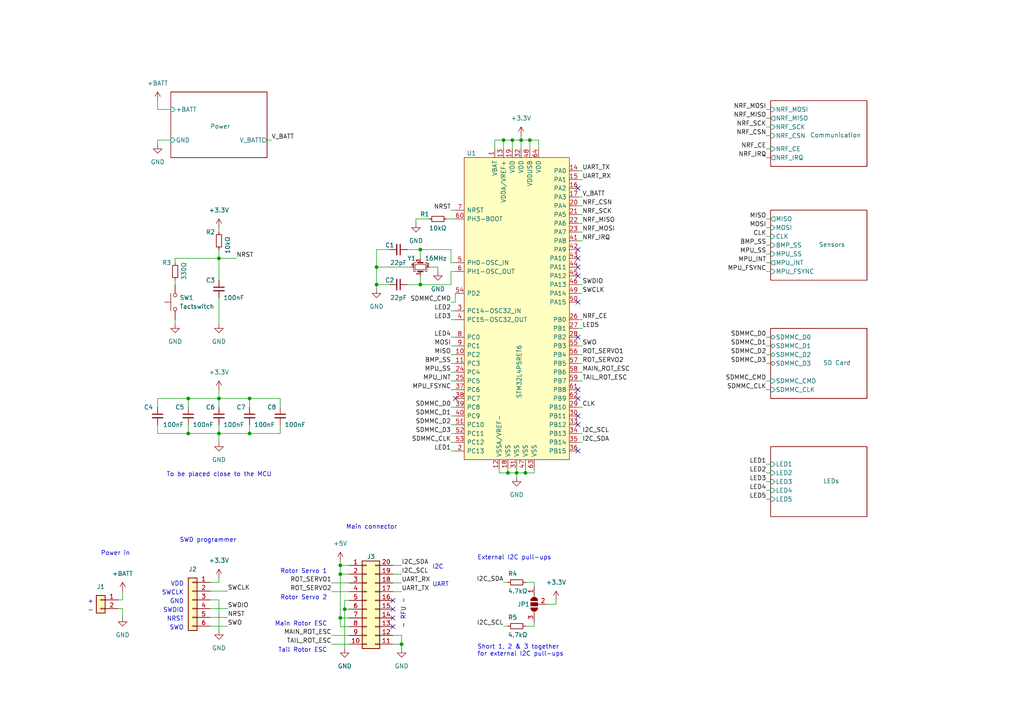
<source format=kicad_sch>
(kicad_sch (version 20211123) (generator eeschema)
  (paper "A4")
  (title_block (title "RC Helicopter Mainboard") (date "2022-12-23") (rev "${REVISION}") (company "Authors: H. Fedarovich, I. Kajdan") (comment 1 "Reviewer: A. Bondyra"))
  (lib_symbols
    (symbol "Connector_Generic:Conn_01x02" (pin_names (offset 1.016) hide)
      (property "Reference" "J" (at 0 2.54 0))
      (property "Value" "Conn_01x02" (at 0 -5.08 0))
      (symbol "Conn_01x02_1_1"
        (rectangle (start -1.27 -2.413) (end 0 -2.667) (stroke (width 0.1524)))
        (rectangle (start -1.27 0.127) (end 0 -0.127) (stroke (width 0.1524)))
        (rectangle (start -1.27 1.27) (end 1.27 -3.81) (stroke (width 0.254)) (fill (type background)))
        (pin passive line (at -5.08 0 0) (length 3.81) (name "Pin_1") (number "1"))
        (pin passive line (at -5.08 -2.54 0) (length 3.81) (name "Pin_2") (number "2"))
      )
    )
    (symbol "Connector_Generic:Conn_01x06" (pin_names (offset 1.016) hide)
      (property "Reference" "J" (at 0 7.62 0))
      (property "Value" "Conn_01x06" (at 0 -10.16 0))
      (symbol "Conn_01x06_1_1"
        (rectangle (start -1.27 -7.493) (end 0 -7.747) (stroke (width 0.1524)))
        (rectangle (start -1.27 -4.953) (end 0 -5.207) (stroke (width 0.1524)))
        (rectangle (start -1.27 -2.413) (end 0 -2.667) (stroke (width 0.1524)))
        (rectangle (start -1.27 0.127) (end 0 -0.127) (stroke (width 0.1524)))
        (rectangle (start -1.27 2.667) (end 0 2.413) (stroke (width 0.1524)))
        (rectangle (start -1.27 5.207) (end 0 4.953) (stroke (width 0.1524)))
        (rectangle (start -1.27 6.35) (end 1.27 -8.89) (stroke (width 0.254)) (fill (type background)))
        (pin passive line (at -5.08 5.08 0) (length 3.81) (name "Pin_1") (number "1"))
        (pin passive line (at -5.08 2.54 0) (length 3.81) (name "Pin_2") (number "2"))
        (pin passive line (at -5.08 0 0) (length 3.81) (name "Pin_3") (number "3"))
        (pin passive line (at -5.08 -2.54 0) (length 3.81) (name "Pin_4") (number "4"))
        (pin passive line (at -5.08 -5.08 0) (length 3.81) (name "Pin_5") (number "5"))
        (pin passive line (at -5.08 -7.62 0) (length 3.81) (name "Pin_6") (number "6"))
      )
    )
    (symbol "Connector_Generic:Conn_02x10_Counter_Clockwise" (pin_names (offset 1.016) hide)
      (property "Reference" "J" (at 1.27 12.7 0))
      (property "Value" "Conn_02x10_Counter_Clockwise" (at 1.27 -15.24 0))
      (symbol "Conn_02x10_Counter_Clockwise_1_1"
        (rectangle (start -1.27 -12.573) (end 0 -12.827) (stroke (width 0.1524)))
        (rectangle (start -1.27 -10.033) (end 0 -10.287) (stroke (width 0.1524)))
        (rectangle (start -1.27 -7.493) (end 0 -7.747) (stroke (width 0.1524)))
        (rectangle (start -1.27 -4.953) (end 0 -5.207) (stroke (width 0.1524)))
        (rectangle (start -1.27 -2.413) (end 0 -2.667) (stroke (width 0.1524)))
        (rectangle (start -1.27 0.127) (end 0 -0.127) (stroke (width 0.1524)))
        (rectangle (start -1.27 2.667) (end 0 2.413) (stroke (width 0.1524)))
        (rectangle (start -1.27 5.207) (end 0 4.953) (stroke (width 0.1524)))
        (rectangle (start -1.27 7.747) (end 0 7.493) (stroke (width 0.1524)))
        (rectangle (start -1.27 10.287) (end 0 10.033) (stroke (width 0.1524)))
        (rectangle (start -1.27 11.43) (end 3.81 -13.97) (stroke (width 0.254)) (fill (type background)))
        (rectangle (start 3.81 -12.573) (end 2.54 -12.827) (stroke (width 0.1524)))
        (rectangle (start 3.81 -10.033) (end 2.54 -10.287) (stroke (width 0.1524)))
        (rectangle (start 3.81 -7.493) (end 2.54 -7.747) (stroke (width 0.1524)))
        (rectangle (start 3.81 -4.953) (end 2.54 -5.207) (stroke (width 0.1524)))
        (rectangle (start 3.81 -2.413) (end 2.54 -2.667) (stroke (width 0.1524)))
        (rectangle (start 3.81 0.127) (end 2.54 -0.127) (stroke (width 0.1524)))
        (rectangle (start 3.81 2.667) (end 2.54 2.413) (stroke (width 0.1524)))
        (rectangle (start 3.81 5.207) (end 2.54 4.953) (stroke (width 0.1524)))
        (rectangle (start 3.81 7.747) (end 2.54 7.493) (stroke (width 0.1524)))
        (rectangle (start 3.81 10.287) (end 2.54 10.033) (stroke (width 0.1524)))
        (pin passive line (at -5.08 10.16 0) (length 3.81) (name "Pin_1") (number "1"))
        (pin passive line (at -5.08 -12.7 0) (length 3.81) (name "Pin_10") (number "10"))
        (pin passive line (at 7.62 -12.7 180) (length 3.81) (name "Pin_11") (number "11"))
        (pin passive line (at 7.62 -10.16 180) (length 3.81) (name "Pin_12") (number "12"))
        (pin passive line (at 7.62 -7.62 180) (length 3.81) (name "Pin_13") (number "13"))
        (pin passive line (at 7.62 -5.08 180) (length 3.81) (name "Pin_14") (number "14"))
        (pin passive line (at 7.62 -2.54 180) (length 3.81) (name "Pin_15") (number "15"))
        (pin passive line (at 7.62 0 180) (length 3.81) (name "Pin_16") (number "16"))
        (pin passive line (at 7.62 2.54 180) (length 3.81) (name "Pin_17") (number "17"))
        (pin passive line (at 7.62 5.08 180) (length 3.81) (name "Pin_18") (number "18"))
        (pin passive line (at 7.62 7.62 180) (length 3.81) (name "Pin_19") (number "19"))
        (pin passive line (at -5.08 7.62 0) (length 3.81) (name "Pin_2") (number "2"))
        (pin passive line (at 7.62 10.16 180) (length 3.81) (name "Pin_20") (number "20"))
        (pin passive line (at -5.08 5.08 0) (length 3.81) (name "Pin_3") (number "3"))
        (pin passive line (at -5.08 2.54 0) (length 3.81) (name "Pin_4") (number "4"))
        (pin passive line (at -5.08 0 0) (length 3.81) (name "Pin_5") (number "5"))
        (pin passive line (at -5.08 -2.54 0) (length 3.81) (name "Pin_6") (number "6"))
        (pin passive line (at -5.08 -5.08 0) (length 3.81) (name "Pin_7") (number "7"))
        (pin passive line (at -5.08 -7.62 0) (length 3.81) (name "Pin_8") (number "8"))
        (pin passive line (at -5.08 -10.16 0) (length 3.81) (name "Pin_9") (number "9"))
      )
    )
    (symbol "Device:C_Small" (pin_numbers hide) (pin_names (offset 0.254) hide)
      (property "Reference" "C" (at 0.254 1.778 0))
      (property "Value" "C_Small" (at 0.254 -2.032 0))
      (symbol "C_Small_0_1"
        (polyline (pts (xy -1.524 -0.508) (xy 1.524 -0.508)) (stroke (width 0.3302)))
        (polyline (pts (xy -1.524 0.508) (xy 1.524 0.508)) (stroke (width 0.3048)))
      )
      (symbol "C_Small_1_1"
        (pin passive line (at 0 2.54 270) (length 2.032) (name "~") (number "1"))
        (pin passive line (at 0 -2.54 90) (length 2.032) (name "~") (number "2"))
      )
    )
    (symbol "Device:Crystal_GND24_Small" (pin_names (offset 1.016) hide)
      (property "Reference" "Y" (at 1.27 4.445 0))
      (property "Value" "Crystal_GND24_Small" (at 1.27 2.54 0))
      (symbol "Crystal_GND24_Small_0_1"
        (rectangle (start -0.762 -1.524) (end 0.762 1.524))
        (polyline (pts (xy -1.27 -0.762) (xy -1.27 0.762)) (stroke (width 0.381)))
        (polyline (pts (xy 1.27 -0.762) (xy 1.27 0.762)) (stroke (width 0.381)))
        (polyline (pts (xy -1.27 -1.27) (xy -1.27 -1.905) (xy 1.27 -1.905) (xy 1.27 -1.27)))
        (polyline (pts (xy -1.27 1.27) (xy -1.27 1.905) (xy 1.27 1.905) (xy 1.27 1.27)))
      )
      (symbol "Crystal_GND24_Small_1_1"
        (pin passive line (at -2.54 0 0) (length 1.27) (name "1") (number "1"))
        (pin passive line (at 0 -2.54 90) (length 0.635) (name "2") (number "2"))
        (pin passive line (at 2.54 0 180) (length 1.27) (name "3") (number "3"))
        (pin passive line (at 0 2.54 270) (length 0.635) (name "4") (number "4"))
      )
    )
    (symbol "Device:R_Small" (pin_numbers hide) (pin_names (offset 0.254) hide)
      (property "Reference" "R" (at 0.762 0.508 0))
      (property "Value" "R_Small" (at 0.762 -1.016 0))
      (symbol "R_Small_0_1"
        (rectangle (start -0.762 1.778) (end 0.762 -1.778) (stroke (width 0.2032)))
      )
      (symbol "R_Small_1_1"
        (pin passive line (at 0 2.54 270) (length 0.762) (name "~") (number "1"))
        (pin passive line (at 0 -2.54 90) (length 0.762) (name "~") (number "2"))
      )
    )
    (symbol "Jumper:SolderJumper_3_Open" (pin_names (offset 0) hide)
      (property "Reference" "JP" (at -2.54 -2.54 0))
      (property "Value" "SolderJumper_3_Open" (at 0 2.794 0))
      (symbol "SolderJumper_3_Open_0_1"
        (arc (start -1.016 1.016) (mid -2.032 0) (end -1.016 -1.016))
        (arc (start -1.016 1.016) (mid -2.032 0) (end -1.016 -1.016) (fill (type outline)))
        (rectangle (start -0.508 1.016) (end 0.508 -1.016) (fill (type outline)))
        (polyline (pts (xy -2.54 0) (xy -2.032 0)))
        (polyline (pts (xy -1.016 1.016) (xy -1.016 -1.016)))
        (polyline (pts (xy 0 -1.27) (xy 0 -1.016)))
        (polyline (pts (xy 1.016 1.016) (xy 1.016 -1.016)))
        (polyline (pts (xy 2.54 0) (xy 2.032 0)))
        (arc (start 1.016 -1.016) (mid 2.032 0) (end 1.016 1.016))
        (arc (start 1.016 -1.016) (mid 2.032 0) (end 1.016 1.016) (fill (type outline)))
      )
      (symbol "SolderJumper_3_Open_1_1"
        (pin passive line (at -5.08 0 0) (length 2.54) (name "A") (number "1"))
        (pin passive line (at 0 -3.81 90) (length 2.54) (name "C") (number "2"))
        (pin passive line (at 5.08 0 180) (length 2.54) (name "B") (number "3"))
      )
    )
    (symbol "STM32L4P5RET6:STM32L4P5RET6" (pin_names (offset 0.762))
      (property "Reference" "U" (at -13.97 43.18 0))
      (property "Value" "STM32L4P5RET6" (at 0 -20.32 90))
      (symbol "STM32L4P5RET6_0_0"
        (pin power_in line (at -6.35 44.45 270) (length 2.54) (name "VBAT") (number "1"))
        (pin bidirectional line (at -17.78 -15.24 0) (length 2.54) (name "PC2") (number "10"))
        (pin bidirectional line (at -17.78 -17.78 0) (length 2.54) (name "PC3") (number "11"))
        (pin power_in line (at -5.08 -48.26 90) (length 2.54) (name "VSSA/VREF-") (number "12"))
        (pin power_in line (at -3.81 44.45 270) (length 2.54) (name "VDDA/VREF+") (number "13"))
        (pin bidirectional line (at 17.78 38.1 180) (length 2.54) (name "PA0") (number "14"))
        (pin bidirectional line (at 17.78 35.56 180) (length 2.54) (name "PA1") (number "15"))
        (pin bidirectional line (at 17.78 33.02 180) (length 2.54) (name "PA2") (number "16"))
        (pin bidirectional line (at 17.78 30.48 180) (length 2.54) (name "PA3") (number "17"))
        (pin power_in line (at -2.54 -48.26 90) (length 2.54) (name "VSS") (number "18"))
        (pin power_in line (at -1.27 44.45 270) (length 2.54) (name "VDD") (number "19"))
        (pin bidirectional line (at -17.78 -43.18 0) (length 2.54) (name "PC13") (number "2"))
        (pin bidirectional line (at 17.78 27.94 180) (length 2.54) (name "PA4") (number "20"))
        (pin bidirectional line (at 17.78 25.4 180) (length 2.54) (name "PA5") (number "21"))
        (pin bidirectional line (at 17.78 22.86 180) (length 2.54) (name "PA6") (number "22"))
        (pin bidirectional line (at 17.78 20.32 180) (length 2.54) (name "PA7") (number "23"))
        (pin bidirectional line (at -17.78 -20.32 0) (length 2.54) (name "PC4") (number "24"))
        (pin bidirectional line (at -17.78 -22.86 0) (length 2.54) (name "PC5") (number "25"))
        (pin bidirectional line (at 17.78 -5.08 180) (length 2.54) (name "PB0") (number "26"))
        (pin bidirectional line (at 17.78 -7.62 180) (length 2.54) (name "PB1") (number "27"))
        (pin bidirectional line (at 17.78 -10.16 180) (length 2.54) (name "PB2") (number "28"))
        (pin bidirectional line (at 17.78 -30.48 180) (length 2.54) (name "PB10") (number "29"))
        (pin bidirectional line (at -17.78 -2.54 0) (length 2.54) (name "PC14-OSC32_IN") (number "3"))
        (pin bidirectional line (at 17.78 -33.02 180) (length 2.54) (name "PB11") (number "30"))
        (pin power_in line (at 0 -48.26 90) (length 2.54) (name "VSS") (number "31"))
        (pin power_in line (at 1.27 44.45 270) (length 2.54) (name "VDD") (number "32"))
        (pin bidirectional line (at 17.78 -35.56 180) (length 2.54) (name "PB12") (number "33"))
        (pin bidirectional line (at 17.78 -38.1 180) (length 2.54) (name "PB13") (number "34"))
        (pin bidirectional line (at 17.78 -40.64 180) (length 2.54) (name "PB14") (number "35"))
        (pin bidirectional line (at 17.78 -43.18 180) (length 2.54) (name "PB15") (number "36"))
        (pin bidirectional line (at -17.78 -25.4 0) (length 2.54) (name "PC6") (number "37"))
        (pin bidirectional line (at -17.78 -27.94 0) (length 2.54) (name "PC7") (number "38"))
        (pin bidirectional line (at -17.78 -30.48 0) (length 2.54) (name "PC8") (number "39"))
        (pin bidirectional line (at -17.78 -5.08 0) (length 2.54) (name "PC15-OSC32_OUT") (number "4"))
        (pin bidirectional line (at -17.78 -33.02 0) (length 2.54) (name "PC9") (number "40"))
        (pin bidirectional line (at 17.78 17.78 180) (length 2.54) (name "PA8") (number "41"))
        (pin bidirectional line (at 17.78 15.24 180) (length 2.54) (name "PA9") (number "42"))
        (pin bidirectional line (at 17.78 12.7 180) (length 2.54) (name "PA10") (number "43"))
        (pin bidirectional line (at 17.78 10.16 180) (length 2.54) (name "PA11") (number "44"))
        (pin bidirectional line (at 17.78 7.62 180) (length 2.54) (name "PA12") (number "45"))
        (pin bidirectional line (at 17.78 5.08 180) (length 2.54) (name "PA13") (number "46"))
        (pin power_in line (at 2.54 -48.26 90) (length 2.54) (name "VSS") (number "47"))
        (pin power_in line (at 3.81 44.45 270) (length 2.54) (name "VDDUSB") (number "48"))
        (pin bidirectional line (at 17.78 2.54 180) (length 2.54) (name "PA14") (number "49"))
        (pin input line (at -17.78 11.43 0) (length 2.54) (name "PH0-OSC_IN") (number "5"))
        (pin bidirectional line (at 17.78 0 180) (length 2.54) (name "PA15") (number "50"))
        (pin bidirectional line (at -17.78 -35.56 0) (length 2.54) (name "PC10") (number "51"))
        (pin bidirectional line (at -17.78 -38.1 0) (length 2.54) (name "PC11") (number "52"))
        (pin bidirectional line (at -17.78 -40.64 0) (length 2.54) (name "PC12") (number "53"))
        (pin bidirectional line (at -17.78 2.54 0) (length 2.54) (name "PD2") (number "54"))
        (pin bidirectional line (at 17.78 -12.7 180) (length 2.54) (name "PB3") (number "55"))
        (pin bidirectional line (at 17.78 -15.24 180) (length 2.54) (name "PB4") (number "56"))
        (pin bidirectional line (at 17.78 -17.78 180) (length 2.54) (name "PB5") (number "57"))
        (pin bidirectional line (at 17.78 -20.32 180) (length 2.54) (name "PB6") (number "58"))
        (pin bidirectional line (at 17.78 -22.86 180) (length 2.54) (name "PB7") (number "59"))
        (pin input line (at -17.78 8.89 0) (length 2.54) (name "PH1-OSC_OUT") (number "6"))
        (pin input line (at -17.78 24.13 0) (length 2.54) (name "PH3-BOOT") (number "60"))
        (pin bidirectional line (at 17.78 -25.4 180) (length 2.54) (name "PB8") (number "61"))
        (pin bidirectional line (at 17.78 -27.94 180) (length 2.54) (name "PB9") (number "62"))
        (pin power_in line (at 5.08 -48.26 90) (length 2.54) (name "VSS") (number "63"))
        (pin power_in line (at 6.35 44.45 270) (length 2.54) (name "VDD") (number "64"))
        (pin input line (at -17.78 26.67 0) (length 2.54) (name "NRST") (number "7"))
        (pin bidirectional line (at -17.78 -10.16 0) (length 2.54) (name "PC0") (number "8"))
        (pin bidirectional line (at -17.78 -12.7 0) (length 2.54) (name "PC1") (number "9"))
      )
      (symbol "STM32L4P5RET6_0_1"
        (rectangle (start 15.24 41.91) (end -15.24 -45.72) (fill (type background)))
      )
    )
    (symbol "Switch:SW_Push" (pin_numbers hide) (pin_names (offset 1.016) hide)
      (property "Reference" "SW" (at 1.27 2.54 0))
      (property "Value" "SW_Push" (at 0 -1.524 0))
      (symbol "SW_Push_0_1"
        (circle (center -2.032 0) (radius 0.508))
        (polyline (pts (xy 0 1.27) (xy 0 3.048)))
        (polyline (pts (xy 2.54 1.27) (xy -2.54 1.27)))
        (circle (center 2.032 0) (radius 0.508))
        (pin passive line (at -5.08 0 0) (length 2.54) (name "1") (number "1"))
        (pin passive line (at 5.08 0 180) (length 2.54) (name "2") (number "2"))
      )
    )
    (symbol "power:+3.3V" (power) (pin_names (offset 0))
      (property "Value" "+3.3V" (at 0 3.556 0))
      (symbol "+3.3V_0_1"
        (polyline (pts (xy -0.762 1.27) (xy 0 2.54)))
        (polyline (pts (xy 0 0) (xy 0 2.54)))
        (polyline (pts (xy 0 2.54) (xy 0.762 1.27)))
      )
      (symbol "+3.3V_1_1"
        (pin power_in line (at 0 0 90) (length 0) hide (name "+3.3V") (number "1"))
      )
    )
    (symbol "power:+5V" (power) (pin_names (offset 0))
      (property "Value" "+5V" (at 0 3.556 0))
      (symbol "+5V_0_1"
        (polyline (pts (xy -0.762 1.27) (xy 0 2.54)))
        (polyline (pts (xy 0 0) (xy 0 2.54)))
        (polyline (pts (xy 0 2.54) (xy 0.762 1.27)))
      )
      (symbol "+5V_1_1"
        (pin power_in line (at 0 0 90) (length 0) hide (name "+5V") (number "1"))
      )
    )
    (symbol "power:+BATT" (power) (pin_names (offset 0))
      (property "Value" "+BATT" (at 0 3.556 0))
      (symbol "+BATT_0_1"
        (polyline (pts (xy -0.762 1.27) (xy 0 2.54)))
        (polyline (pts (xy 0 0) (xy 0 2.54)))
        (polyline (pts (xy 0 2.54) (xy 0.762 1.27)))
      )
      (symbol "+BATT_1_1"
        (pin power_in line (at 0 0 90) (length 0) hide (name "+BATT") (number "1"))
      )
    )
    (symbol "power:GND" (power) (pin_names (offset 0))
      (property "Value" "GND" (at 0 -3.81 0))
      (symbol "GND_0_1"
        (polyline (pts (xy 0 0) (xy 0 -1.27) (xy 1.27 -1.27) (xy 0 -2.54) (xy -1.27 -1.27) (xy 0 -1.27)))
      )
      (symbol "GND_1_1"
        (pin power_in line (at 0 0 270) (length 0) hide (name "GND") (number "1"))
      )
    )
  )
  (junction (at 152.4 137.16))
  (junction (at 98.7044 166.5224))
  (junction (at 98.7044 179.2224))
  (junction (at 121.92 72.39))
  (junction (at 147.32 137.16))
  (junction (at 116.4844 186.8424))
  (junction (at 149.86 137.16))
  (junction (at 109.22 82.55))
  (junction (at 153.67 40.64))
  (junction (at 151.13 40.64))
  (junction (at 121.92 82.55))
  (junction (at 63.5 115.57))
  (junction (at 63.5 74.93))
  (junction (at 54.61 125.73))
  (junction (at 98.7044 163.9824))
  (junction (at 109.22 77.47))
  (junction (at 72.39 115.57))
  (junction (at 54.61 115.57))
  (junction (at 146.05 40.64))
  (junction (at 148.59 40.64))
  (junction (at 72.39 125.73))
  (junction (at 63.5 125.73))
  (junction (at 99.9744 176.6824))
  (no_connect (at 167.64 115.57))
  (no_connect (at 132.08 115.57))
  (no_connect (at 167.64 113.03))
  (no_connect (at 113.9444 176.6824))
  (no_connect (at 167.64 77.47))
  (no_connect (at 167.64 72.39))
  (no_connect (at 167.64 87.63))
  (no_connect (at 113.9444 179.2224))
  (no_connect (at 167.64 74.93))
  (no_connect (at 167.64 130.81))
  (no_connect (at 113.9444 181.7624))
  (no_connect (at 167.64 80.01))
  (no_connect (at 167.64 123.19))
  (no_connect (at 167.64 54.61))
  (no_connect (at 167.64 97.79))
  (no_connect (at 113.9444 174.1424))
  (no_connect (at 167.64 120.65))
  (wire (pts (xy 109.22 72.39) (xy 113.03 72.39)))
  (wire (pts (xy 146.05 40.64) (xy 148.59 40.64)))
  (wire (pts (xy 34.29 173.99) (xy 35.56 173.99)))
  (wire (pts (xy 118.11 82.55) (xy 121.92 82.55)))
  (wire (pts (xy 222.25 71.12) (xy 223.52 71.12)))
  (wire (pts (xy 154.94 137.16) (xy 154.94 135.89)))
  (wire (pts (xy 127 77.47) (xy 127 78.74)))
  (wire (pts (xy 154.94 180.34) (xy 154.94 181.61)))
  (wire (pts (xy 63.5 66.04) (xy 63.5 67.31)))
  (wire (pts (xy 222.25 78.74) (xy 223.52 78.74)))
  (wire (pts (xy 167.64 62.23) (xy 168.91 62.23)))
  (wire (pts (xy 167.64 110.49) (xy 168.91 110.49)))
  (wire (pts (xy 45.72 123.19) (xy 45.72 125.73)))
  (wire (pts (xy 168.91 95.25) (xy 167.64 95.25)))
  (wire (pts (xy 148.59 40.64) (xy 148.59 43.18)))
  (wire (pts (xy 63.5 74.93) (xy 63.5 81.28)))
  (wire (pts (xy 130.81 125.73) (xy 132.08 125.73)))
  (wire (pts (xy 60.96 179.07) (xy 66.04 179.07)))
  (wire (pts (xy 63.5 115.57) (xy 72.39 115.57)))
  (wire (pts (xy 101.2444 179.2224) (xy 98.7044 179.2224)))
  (wire (pts (xy 81.28 115.57) (xy 81.28 118.11)))
  (wire (pts (xy 99.9744 176.6824) (xy 99.9744 188.1124)))
  (wire (pts (xy 113.9444 169.0624) (xy 116.4844 169.0624)))
  (wire (pts (xy 130.81 100.33) (xy 132.08 100.33)))
  (wire (pts (xy 222.25 43.18) (xy 223.52 43.18)))
  (wire (pts (xy 130.81 97.79) (xy 132.08 97.79)))
  (wire (pts (xy 151.13 40.64) (xy 151.13 43.18)))
  (wire (pts (xy 60.96 181.61) (xy 66.04 181.61)))
  (wire (pts (xy 222.25 39.37) (xy 223.52 39.37)))
  (wire (pts (xy 222.25 142.24) (xy 223.52 142.24)))
  (wire (pts (xy 222.25 105.41) (xy 223.52 105.41)))
  (wire (pts (xy 130.81 118.11) (xy 132.08 118.11)))
  (wire (pts (xy 222.25 76.2) (xy 223.52 76.2)))
  (wire (pts (xy 35.56 176.53) (xy 35.56 179.07)))
  (wire (pts (xy 60.96 171.45) (xy 66.04 171.45)))
  (wire (pts (xy 63.5 173.99) (xy 63.5 182.88)))
  (wire (pts (xy 120.65 63.5) (xy 124.46 63.5)))
  (wire (pts (xy 120.65 64.77) (xy 120.65 63.5)))
  (wire (pts (xy 167.64 105.41) (xy 168.91 105.41)))
  (wire (pts (xy 63.5 173.99) (xy 60.96 173.99)))
  (wire (pts (xy 63.5 72.39) (xy 63.5 74.93)))
  (wire (pts (xy 152.4 137.16) (xy 152.4 135.89)))
  (wire (pts (xy 222.25 134.62) (xy 223.52 134.62)))
  (wire (pts (xy 222.25 100.33) (xy 223.52 100.33)))
  (wire (pts (xy 130.81 92.71) (xy 132.08 92.71)))
  (wire (pts (xy 54.61 115.57) (xy 54.61 118.11)))
  (wire (pts (xy 222.25 36.83) (xy 223.52 36.83)))
  (wire (pts (xy 222.25 113.03) (xy 223.52 113.03)))
  (wire (pts (xy 222.25 34.29) (xy 223.52 34.29)))
  (wire (pts (xy 109.22 82.55) (xy 113.03 82.55)))
  (wire (pts (xy 154.94 168.91) (xy 154.94 170.18)))
  (wire (pts (xy 130.81 60.96) (xy 132.08 60.96)))
  (wire (pts (xy 167.64 67.31) (xy 168.91 67.31)))
  (wire (pts (xy 63.5 123.19) (xy 63.5 125.73)))
  (wire (pts (xy 167.64 102.87) (xy 168.91 102.87)))
  (wire (pts (xy 81.28 125.73) (xy 72.39 125.73)))
  (wire (pts (xy 121.92 72.39) (xy 121.92 74.93)))
  (wire (pts (xy 149.86 137.16) (xy 149.86 138.43)))
  (wire (pts (xy 45.72 115.57) (xy 45.72 118.11)))
  (wire (pts (xy 148.59 40.64) (xy 151.13 40.64)))
  (wire (pts (xy 99.9744 174.1424) (xy 101.2444 174.1424)))
  (wire (pts (xy 156.21 40.64) (xy 156.21 43.18)))
  (wire (pts (xy 101.2444 176.6824) (xy 99.9744 176.6824)))
  (wire (pts (xy 149.86 137.16) (xy 149.86 135.89)))
  (wire (pts (xy 167.64 107.95) (xy 168.91 107.95)))
  (wire (pts (xy 222.25 97.79) (xy 223.52 97.79)))
  (wire (pts (xy 98.7044 181.7624) (xy 101.2444 181.7624)))
  (wire (pts (xy 96.1644 184.3024) (xy 101.2444 184.3024)))
  (wire (pts (xy 116.4844 186.8424) (xy 116.4844 188.1124)))
  (wire (pts (xy 130.81 105.41) (xy 132.08 105.41)))
  (wire (pts (xy 146.05 40.64) (xy 143.51 40.64)))
  (wire (pts (xy 222.25 68.58) (xy 223.52 68.58)))
  (wire (pts (xy 167.64 82.55) (xy 168.91 82.55)))
  (wire (pts (xy 99.9744 176.6824) (xy 99.9744 174.1424)))
  (wire (pts (xy 118.11 72.39) (xy 121.92 72.39)))
  (wire (pts (xy 222.25 73.66) (xy 223.52 73.66)))
  (wire (pts (xy 50.8 81.28) (xy 50.8 82.55)))
  (wire (pts (xy 50.8 74.93) (xy 63.5 74.93)))
  (wire (pts (xy 35.56 173.99) (xy 35.56 171.45)))
  (wire (pts (xy 130.81 113.03) (xy 132.08 113.03)))
  (wire (pts (xy 144.78 135.89) (xy 144.78 137.16)))
  (wire (pts (xy 130.81 110.49) (xy 132.08 110.49)))
  (wire (pts (xy 167.64 49.53) (xy 168.91 49.53)))
  (wire (pts (xy 81.28 115.57) (xy 72.39 115.57)))
  (wire (pts (xy 96.1644 171.6024) (xy 101.2444 171.6024)))
  (wire (pts (xy 45.72 29.21) (xy 45.72 31.75)))
  (wire (pts (xy 168.91 69.85) (xy 167.64 69.85)))
  (wire (pts (xy 81.28 123.19) (xy 81.28 125.73)))
  (wire (pts (xy 158.75 175.26) (xy 161.29 175.26)))
  (wire (pts (xy 151.13 40.64) (xy 153.67 40.64)))
  (wire (pts (xy 121.92 82.55) (xy 130.81 82.55)))
  (wire (pts (xy 222.25 66.04) (xy 223.52 66.04)))
  (wire (pts (xy 167.64 100.33) (xy 168.91 100.33)))
  (wire (pts (xy 96.1644 186.8424) (xy 101.2444 186.8424)))
  (wire (pts (xy 147.32 137.16) (xy 147.32 135.89)))
  (wire (pts (xy 129.54 63.5) (xy 132.08 63.5)))
  (wire (pts (xy 146.05 181.61) (xy 147.32 181.61)))
  (wire (pts (xy 121.92 72.39) (xy 130.81 72.39)))
  (wire (pts (xy 98.7044 163.9824) (xy 98.7044 166.5224)))
  (wire (pts (xy 152.4 137.16) (xy 154.94 137.16)))
  (wire (pts (xy 116.4844 186.8424) (xy 113.9444 186.8424)))
  (wire (pts (xy 168.91 125.73) (xy 167.64 125.73)))
  (wire (pts (xy 113.9444 163.9824) (xy 116.4844 163.9824)))
  (wire (pts (xy 130.81 123.19) (xy 132.08 123.19)))
  (wire (pts (xy 167.64 59.69) (xy 168.91 59.69)))
  (wire (pts (xy 167.64 57.15) (xy 168.91 57.15)))
  (wire (pts (xy 130.81 130.81) (xy 132.08 130.81)))
  (wire (pts (xy 49.53 40.64) (xy 45.72 40.64)))
  (wire (pts (xy 72.39 125.73) (xy 63.5 125.73)))
  (wire (pts (xy 63.5 74.93) (xy 68.58 74.93)))
  (wire (pts (xy 130.81 107.95) (xy 132.08 107.95)))
  (wire (pts (xy 132.08 78.74) (xy 130.81 78.74)))
  (wire (pts (xy 98.7044 166.5224) (xy 101.2444 166.5224)))
  (wire (pts (xy 54.61 123.19) (xy 54.61 125.73)))
  (wire (pts (xy 222.25 31.75) (xy 223.52 31.75)))
  (wire (pts (xy 109.22 72.39) (xy 109.22 77.47)))
  (wire (pts (xy 63.5 86.36) (xy 63.5 93.98)))
  (wire (pts (xy 222.25 63.5) (xy 223.52 63.5)))
  (wire (pts (xy 63.5 113.03) (xy 63.5 115.57)))
  (wire (pts (xy 98.7044 166.5224) (xy 98.7044 179.2224)))
  (wire (pts (xy 153.67 40.64) (xy 153.67 43.18)))
  (wire (pts (xy 168.91 128.27) (xy 167.64 128.27)))
  (wire (pts (xy 113.9444 166.5224) (xy 116.4844 166.5224)))
  (wire (pts (xy 98.7044 179.2224) (xy 98.7044 181.7624)))
  (wire (pts (xy 222.25 144.78) (xy 223.52 144.78)))
  (wire (pts (xy 77.47 40.64) (xy 78.74 40.64)))
  (wire (pts (xy 101.2444 163.9824) (xy 98.7044 163.9824)))
  (wire (pts (xy 222.25 110.49) (xy 223.52 110.49)))
  (wire (pts (xy 54.61 115.57) (xy 63.5 115.57)))
  (wire (pts (xy 167.64 64.77) (xy 168.91 64.77)))
  (wire (pts (xy 109.22 82.55) (xy 109.22 83.82)))
  (wire (pts (xy 109.22 77.47) (xy 109.22 82.55)))
  (wire (pts (xy 63.5 125.73) (xy 54.61 125.73)))
  (wire (pts (xy 130.81 76.2) (xy 130.81 72.39)))
  (wire (pts (xy 124.46 77.47) (xy 127 77.47)))
  (wire (pts (xy 113.9444 171.6024) (xy 116.4844 171.6024)))
  (wire (pts (xy 63.5 115.57) (xy 63.5 118.11)))
  (wire (pts (xy 222.25 102.87) (xy 223.52 102.87)))
  (wire (pts (xy 153.67 40.64) (xy 156.21 40.64)))
  (wire (pts (xy 167.64 118.11) (xy 168.91 118.11)))
  (wire (pts (xy 167.64 85.09) (xy 168.91 85.09)))
  (wire (pts (xy 222.25 45.72) (xy 223.52 45.72)))
  (wire (pts (xy 45.72 40.64) (xy 45.72 41.91)))
  (wire (pts (xy 130.81 78.74) (xy 130.81 82.55)))
  (wire (pts (xy 54.61 125.73) (xy 45.72 125.73)))
  (wire (pts (xy 222.25 139.7) (xy 223.52 139.7)))
  (wire (pts (xy 167.64 52.07) (xy 168.91 52.07)))
  (wire (pts (xy 98.7044 162.7124) (xy 98.7044 163.9824)))
  (wire (pts (xy 149.86 137.16) (xy 152.4 137.16)))
  (wire (pts (xy 63.5 167.64) (xy 63.5 168.91)))
  (wire (pts (xy 130.81 128.27) (xy 132.08 128.27)))
  (wire (pts (xy 222.25 137.16) (xy 223.52 137.16)))
  (wire (pts (xy 146.05 168.91) (xy 147.32 168.91)))
  (wire (pts (xy 72.39 115.57) (xy 72.39 118.11)))
  (wire (pts (xy 116.4844 184.3024) (xy 116.4844 186.8424)))
  (wire (pts (xy 50.8 76.2) (xy 50.8 74.93)))
  (wire (pts (xy 144.78 137.16) (xy 147.32 137.16)))
  (wire (pts (xy 152.4 168.91) (xy 154.94 168.91)))
  (wire (pts (xy 121.92 80.01) (xy 121.92 82.55)))
  (wire (pts (xy 50.8 92.71) (xy 50.8 93.98)))
  (wire (pts (xy 143.51 40.64) (xy 143.51 43.18)))
  (wire (pts (xy 113.9444 184.3024) (xy 116.4844 184.3024)))
  (wire (pts (xy 60.96 176.53) (xy 66.04 176.53)))
  (wire (pts (xy 152.4 181.61) (xy 154.94 181.61)))
  (wire (pts (xy 147.32 137.16) (xy 149.86 137.16)))
  (wire (pts (xy 161.29 175.26) (xy 161.29 173.99)))
  (wire (pts (xy 130.81 120.65) (xy 132.08 120.65)))
  (wire (pts (xy 119.38 77.47) (xy 109.22 77.47)))
  (wire (pts (xy 54.61 115.57) (xy 45.72 115.57)))
  (wire (pts (xy 63.5 125.73) (xy 63.5 128.27)))
  (wire (pts (xy 132.08 76.2) (xy 130.81 76.2)))
  (wire (pts (xy 96.1644 169.0624) (xy 101.2444 169.0624)))
  (wire (pts (xy 168.91 92.71) (xy 167.64 92.71)))
  (wire (pts (xy 130.81 90.17) (xy 132.08 90.17)))
  (wire (pts (xy 34.29 176.53) (xy 35.56 176.53)))
  (wire (pts (xy 130.81 87.63) (xy 132.08 87.63)))
  (wire (pts (xy 72.39 123.19) (xy 72.39 125.73)))
  (wire (pts (xy 132.08 85.09) (xy 132.08 87.63)))
  (wire (pts (xy 49.53 31.75) (xy 45.72 31.75)))
  (wire (pts (xy 146.05 43.18) (xy 146.05 40.64)))
  (wire (pts (xy 63.5 168.91) (xy 60.96 168.91)))
  (wire (pts (xy 130.81 102.87) (xy 132.08 102.87)))
  (wire (pts (xy 151.13 39.37) (xy 151.13 40.64)))
  (text "Tail Rotor ESC" (at 94.8944 189.3824 180) (effects (font (size 1.27 1.27)) (justify right bottom)))
  (text "Rotor Servo 1" (at 94.8944 166.5224 180) (effects (font (size 1.27 1.27)) (justify right bottom)))
  (text "- RFU -" (at 117.7544 182.3974 90) (effects (font (size 1.27 1.27)) (justify left bottom)))
  (text "SWDIO" (at 53.34 177.8 180) (effects (font (size 1.27 1.27)) (justify right bottom)))
  (text "SWO" (at 53.34 182.88 180) (effects (font (size 1.27 1.27)) (justify right bottom)))
  (text "NRST" (at 53.34 180.34 180) (effects (font (size 1.27 1.27)) (justify right bottom)))
  (text "SWCLK" (at 53.34 172.72 180) (effects (font (size 1.27 1.27)) (justify right bottom)))
  (text "External I2C pull-ups" (at 138.43 162.56 0) (effects (font (size 1.27 1.27)) (justify left bottom)))
  (text "VDD" (at 53.34 170.18 180) (effects (font (size 1.27 1.27)) (justify right bottom)))
  (text "To be placed close to the MCU" (at 48.26 138.43 0) (effects (font (size 1.27 1.27)) (justify left bottom)))
  (text "Main connector" (at 100.33 153.67 0) (effects (font (size 1.27 1.27)) (justify left bottom)))
  (text "-" (at 25.4 177.8 0) (effects (font (size 1.27 1.27)) (justify left bottom)))
  (text "Rotor Servo 2" (at 94.8944 174.1424 180) (effects (font (size 1.27 1.27)) (justify right bottom)))
  (text "Short 1, 2 & 3 together\nfor external I2C pull-ups" (at 138.43 190.5 0) (effects (font (size 1.27 1.27)) (justify left bottom)))
  (text "Power in" (at 29.21 161.29 0) (effects (font (size 1.27 1.27)) (justify left bottom)))
  (text "SWD programmer" (at 52.07 157.48 0) (effects (font (size 1.27 1.27)) (justify left bottom)))
  (text "GND" (at 53.34 175.26 180) (effects (font (size 1.27 1.27)) (justify right bottom)))
  (text "Main Rotor ESC" (at 94.8944 181.7624 180) (effects (font (size 1.27 1.27)) (justify right bottom)))
  (text "I2C" (at 125.3744 165.2524 0) (effects (font (size 1.27 1.27)) (justify left bottom)))
  (text "UART" (at 125.3744 170.3324 0) (effects (font (size 1.27 1.27)) (justify left bottom)))
  (text "+" (at 25.4 175.26 0) (effects (font (size 1.27 1.27)) (justify left bottom)))
  (label "UART_RX" (at 168.91 52.07 0))
  (label "SDMMC_D0" (at 130.81 118.11 180))
  (label "SDMMC_D3" (at 222.25 105.41 180))
  (label "ROT_SERVO2" (at 168.91 105.41 0))
  (label "NRF_IRQ" (at 168.91 69.85 0))
  (label "NRST" (at 68.58 74.93 0))
  (label "I2C_SDA" (at 116.4844 163.9824 0))
  (label "LED2" (at 130.81 90.17 180))
  (label "LED1" (at 130.81 130.81 180))
  (label "I2C_SDA" (at 146.05 168.91 180))
  (label "BMP_SS" (at 130.81 105.41 180))
  (label "SDMMC_D2" (at 222.25 102.87 180))
  (label "LED4" (at 130.81 97.79 180))
  (label "LED5" (at 222.25 144.78 180))
  (label "MPU_INT" (at 222.25 76.2 180))
  (label "MPU_SS" (at 222.25 73.66 180))
  (label "SDMMC_CMD" (at 222.25 110.49 180))
  (label "V_BATT" (at 78.74 40.64 0))
  (label "LED3" (at 130.81 92.71 180))
  (label "SDMMC_D1" (at 222.25 100.33 180))
  (label "LED1" (at 222.25 134.62 180))
  (label "LED2" (at 222.25 137.16 180))
  (label "NRF_CSN" (at 168.91 59.69 0))
  (label "TAIL_ROT_ESC" (at 168.91 110.49 0))
  (label "NRF_MISO" (at 222.25 34.29 180))
  (label "UART_TX" (at 116.4844 171.6024 0))
  (label "SWO" (at 168.91 100.33 0))
  (label "MISO" (at 130.81 102.87 180))
  (label "SDMMC_CLK" (at 222.25 113.03 180))
  (label "NRF_MOSI" (at 222.25 31.75 180))
  (label "I2C_SCL" (at 146.05 181.61 180))
  (label "NRST" (at 130.81 60.96 180))
  (label "I2C_SCL" (at 116.4844 166.5224 0))
  (label "SDMMC_D2" (at 130.81 123.19 180))
  (label "MOSI" (at 130.81 100.33 180))
  (label "SDMMC_D1" (at 130.81 120.65 180))
  (label "I2C_SDA" (at 168.91 128.27 0))
  (label "NRST" (at 66.04 179.07 0))
  (label "NRF_SCK" (at 168.91 62.23 0))
  (label "MISO" (at 222.25 63.5 180))
  (label "LED3" (at 222.25 139.7 180))
  (label "SWCLK" (at 168.91 85.09 0))
  (label "MAIN_ROT_ESC" (at 168.91 107.95 0))
  (label "NRF_CE" (at 222.25 43.18 180))
  (label "LED5" (at 168.91 95.25 0))
  (label "V_BATT" (at 168.91 57.15 0))
  (label "MPU_FSYNC" (at 222.25 78.74 180))
  (label "SDMMC_D3" (at 130.81 125.73 180))
  (label "SDMMC_CMD" (at 130.81 87.63 180))
  (label "NRF_MISO" (at 168.91 64.77 0))
  (label "SWCLK" (at 66.04 171.45 0))
  (label "SDMMC_D0" (at 222.25 97.79 180))
  (label "LED4" (at 222.25 142.24 180))
  (label "ROT_SERVO1" (at 168.91 102.87 0))
  (label "SWDIO" (at 168.91 82.55 0))
  (label "SDMMC_CLK" (at 130.81 128.27 180))
  (label "SWO" (at 66.04 181.61 0))
  (label "NRF_CSN" (at 222.25 39.37 180))
  (label "ROT_SERVO1" (at 96.1644 169.0624 180))
  (label "ROT_SERVO2" (at 96.1644 171.6024 180))
  (label "BMP_SS" (at 222.25 71.12 180))
  (label "NRF_SCK" (at 222.25 36.83 180))
  (label "NRF_IRQ" (at 222.25 45.72 180))
  (label "MAIN_ROT_ESC" (at 96.1644 184.3024 180))
  (label "MPU_SS" (at 130.81 107.95 180))
  (label "MPU_INT" (at 130.81 110.49 180))
  (label "SWDIO" (at 66.04 176.53 0))
  (label "CLK" (at 168.91 118.11 0))
  (label "NRF_MOSI" (at 168.91 67.31 0))
  (label "CLK" (at 222.25 68.58 180))
  (label "NRF_CE" (at 168.91 92.71 0))
  (label "UART_TX" (at 168.91 49.53 0))
  (label "MOSI" (at 222.25 66.04 180))
  (label "UART_RX" (at 116.4844 169.0624 0))
  (label "MPU_FSYNC" (at 130.81 113.03 180))
  (label "I2C_SCL" (at 168.91 125.73 0))
  (label "TAIL_ROT_ESC" (at 96.1644 186.8424 180))
  (symbol (lib_id "Switch:SW_Push") (at 50.8 87.63 90) (unit 1)
    (property "Reference" "SW1" (at 52.07 86.3599 90) (effects (justify right)))
    (property "Value" "Tactswitch" (at 52.07 88.8999 90) (effects (justify right)))
    (property "Footprint" "Button_Switch_SMD:SW_SPST_PTS645" (effects hide))
  )
  (symbol (lib_id "Device:Crystal_GND24_Small") (at 121.92 77.47 90) (unit 1)
    (property "Reference" "Y1" (at 118.11 74.93 90) (effects (justify right)))
    (property "Value" "16MHz" (at 123.19 74.93 90) (effects (justify right)))
    (property "Footprint" "Crystal:Crystal_SMD_3225-4Pin_3.2x2.5mm" (effects hide))
  )
  (symbol (lib_id "power:GND") (at 63.5 128.27 0) (unit 1)
    (property "Reference" "#PWR011" (effects hide))
    (property "Value" "GND" (at 63.5 133.35 0))
  )
  (symbol (lib_id "power:GND") (at 35.56 179.07 0) (unit 1)
    (property "Reference" "#PWR017" (effects hide))
    (property "Value" "GND" (at 35.56 184.15 0))
  )
  (symbol (lib_id "power:GND") (at 99.9744 188.1124 0) (unit 1)
    (property "Reference" "#PWR019" (effects hide))
    (property "Value" "GND" (at 99.9744 193.1924 0))
  )
  (symbol (lib_id "power:+3.3V") (at 63.5 66.04 0) (unit 1)
    (property "Reference" "#PWR05" (effects hide))
    (property "Value" "+3.3V" (at 63.5 60.96 0))
  )
  (symbol (lib_id "Device:C_Small") (at 81.28 120.65 0) (mirror y) (unit 1)
    (property "Reference" "C8" (at 77.47 118.1099 0) (effects (justify right)))
    (property "Value" "100nF" (at 82.55 123.1899 0) (effects (justify right)))
    (property "Footprint" "Capacitor_SMD:C_0603_1608Metric" (effects hide))
  )
  (symbol (lib_id "power:GND") (at 149.86 138.43 0) (unit 1)
    (property "Reference" "#PWR012" (effects hide))
    (property "Value" "GND" (at 149.86 143.51 0))
  )
  (symbol (lib_id "Device:R_Small") (at 50.8 78.74 0) (unit 1)
    (property "Reference" "R3" (at 46.99 76.1999 0) (effects (justify left)))
    (property "Value" "330Ω" (at 53.34 81.2799 90) (effects (justify left)))
    (property "Footprint" "Resistor_SMD:R_0603_1608Metric" (effects hide))
  )
  (symbol (lib_id "Device:C_Small") (at 54.61 120.65 0) (mirror y) (unit 1)
    (property "Reference" "C5" (at 50.8 118.1099 0) (effects (justify right)))
    (property "Value" "100nF" (at 55.88 123.1899 0) (effects (justify right)))
    (property "Footprint" "Capacitor_SMD:C_0603_1608Metric" (effects hide))
  )
  (symbol (lib_id "power:GND") (at 127 78.74 0) (unit 1)
    (property "Reference" "#PWR06" (effects hide))
    (property "Value" "GND" (at 127 83.82 0))
  )
  (symbol (lib_id "Connector_Generic:Conn_02x10_Counter_Clockwise") (at 106.3244 174.1424 0) (unit 1)
    (property "Reference" "J3" (at 107.5944 161.4424 0))
    (property "Value" "Main Connector" (effects hide))
    (property "Footprint" "Connector_PinHeader_2.54mm:PinHeader_2x10_P2.54mm_Horizontal" (effects hide))
  )
  (symbol (lib_id "power:+BATT") (at 45.72 29.21 0) (unit 1)
    (property "Reference" "#PWR01" (effects hide))
    (property "Value" "+BATT" (at 45.72 24.13 0))
  )
  (symbol (lib_id "Device:R_Small") (at 149.86 168.91 270) (mirror x) (unit 1)
    (property "Reference" "R4" (at 147.3201 166.37 90) (effects (justify left)))
    (property "Value" "4.7kΩ" (at 147.3201 171.45 90) (effects (justify left)))
    (property "Footprint" "Resistor_SMD:R_0603_1608Metric" (effects hide))
  )
  (symbol (lib_id "power:GND") (at 120.65 64.77 0) (unit 1)
    (property "Reference" "#PWR04" (effects hide))
    (property "Value" "GND" (at 120.65 69.85 0))
  )
  (symbol (lib_id "Connector_Generic:Conn_01x06") (at 55.88 173.99 0) (mirror y) (unit 1)
    (property "Reference" "J2" (at 55.88 165.1 0))
    (property "Value" "SWD" (effects hide))
    (property "Footprint" "Connector_PinHeader_2.54mm:PinHeader_2x03_P2.54mm_Vertical" (effects hide))
  )
  (symbol (lib_id "power:GND") (at 63.5 93.98 0) (unit 1)
    (property "Reference" "#PWR09" (effects hide))
    (property "Value" "GND" (at 63.5 99.06 0))
  )
  (symbol (lib_id "Device:C_Small") (at 115.57 72.39 270) (unit 1)
    (property "Reference" "C1" (at 113.03 71.12 90))
    (property "Value" "22pF" (at 115.57 76.2 90))
    (property "Footprint" "Capacitor_SMD:C_0603_1608Metric" (effects hide))
  )
  (symbol (lib_id "Device:C_Small") (at 72.39 120.65 0) (mirror y) (unit 1)
    (property "Reference" "C7" (at 68.58 118.1099 0) (effects (justify right)))
    (property "Value" "100nF" (at 73.66 123.1899 0) (effects (justify right)))
    (property "Footprint" "Capacitor_SMD:C_0603_1608Metric" (effects hide))
  )
  (symbol (lib_id "power:GND") (at 109.22 83.82 0) (unit 1)
    (property "Reference" "#PWR07" (effects hide))
    (property "Value" "GND" (at 109.22 88.9 0))
  )
  (symbol (lib_id "power:GND") (at 63.5 182.88 0) (unit 1)
    (property "Reference" "#PWR018" (effects hide))
    (property "Value" "GND" (at 63.5 187.96 0))
  )
  (symbol (lib_id "Device:C_Small") (at 45.72 120.65 0) (mirror y) (unit 1)
    (property "Reference" "C4" (at 44.45 118.1099 0) (effects (justify left)))
    (property "Value" "100nF" (at 53.34 123.1899 0) (effects (justify left)))
    (property "Footprint" "Capacitor_SMD:C_0603_1608Metric" (effects hide))
  )
  (symbol (lib_id "Device:C_Small") (at 115.57 82.55 270) (unit 1)
    (property "Reference" "C2" (at 113.03 81.28 90))
    (property "Value" "22pF" (at 115.57 86.36 90))
    (property "Footprint" "Capacitor_SMD:C_0603_1608Metric" (effects hide))
  )
  (symbol (lib_id "Device:C_Small") (at 63.5 83.82 0) (unit 1)
    (property "Reference" "C3" (at 59.69 81.2862 0) (effects (justify left)))
    (property "Value" "100nF" (at 64.77 86.3662 0) (effects (justify left)))
    (property "Footprint" "Capacitor_SMD:C_0603_1608Metric" (effects hide))
  )
  (symbol (lib_id "Device:R_Small") (at 149.86 181.61 270) (mirror x) (unit 1)
    (property "Reference" "R5" (at 147.3201 179.07 90) (effects (justify left)))
    (property "Value" "4.7kΩ" (at 147.3201 184.15 90) (effects (justify left)))
    (property "Footprint" "Resistor_SMD:R_0603_1608Metric" (effects hide))
  )
  (symbol (lib_id "power:GND") (at 116.4844 188.1124 0) (unit 1)
    (property "Reference" "#PWR020" (effects hide))
    (property "Value" "GND" (at 116.4844 193.1924 0))
  )
  (symbol (lib_id "power:+3.3V") (at 161.29 173.99 0) (mirror y) (unit 1)
    (property "Reference" "#PWR016" (effects hide))
    (property "Value" "+3.3V" (at 161.29 168.91 0))
  )
  (symbol (lib_id "Connector_Generic:Conn_01x02") (at 29.21 173.99 0) (mirror y) (unit 1)
    (property "Reference" "J1" (at 29.21 170.18 0))
    (property "Value" "Battery Pack" (effects hide))
    (property "Footprint" "Connector_Molex:Molex_KK-254_AE-6410-02A_1x02_P2.54mm_Vertical" (effects hide))
  )
  (symbol (lib_id "Device:C_Small") (at 63.5 120.65 0) (mirror y) (unit 1)
    (property "Reference" "C6" (at 59.69 118.1099 0) (effects (justify right)))
    (property "Value" "100nF" (at 64.77 123.1899 0) (effects (justify right)))
    (property "Footprint" "Capacitor_SMD:C_0603_1608Metric" (effects hide))
  )
  (symbol (lib_id "power:+3.3V") (at 63.5 167.64 0) (unit 1)
    (property "Reference" "#PWR014" (effects hide))
    (property "Value" "+3.3V" (at 63.5 162.56 0))
  )
  (symbol (lib_id "power:GND") (at 50.8 93.98 0) (unit 1)
    (property "Reference" "#PWR08" (effects hide))
    (property "Value" "GND" (at 50.8 99.06 0))
  )
  (symbol (lib_id "power:GND") (at 45.72 41.91 0) (mirror y) (unit 1)
    (property "Reference" "#PWR03" (effects hide))
    (property "Value" "GND" (at 45.72 46.99 0))
  )
  (symbol (lib_id "power:+5V") (at 98.7044 162.7124 0) (unit 1)
    (property "Reference" "#PWR013" (effects hide))
    (property "Value" "+5V" (at 98.7044 157.6324 0))
  )
  (symbol (lib_id "power:+BATT") (at 35.56 171.45 0) (unit 1)
    (property "Reference" "#PWR015" (effects hide))
    (property "Value" "+BATT" (at 35.56 166.37 0))
  )
  (symbol (lib_id "power:+3.3V") (at 151.13 39.37 0) (unit 1)
    (property "Reference" "#PWR02" (effects hide))
    (property "Value" "+3.3V" (at 151.13 34.29 0))
  )
  (symbol (lib_id "Device:R_Small") (at 63.5 69.85 0) (unit 1)
    (property "Reference" "R2" (at 59.69 67.3099 0) (effects (justify left)))
    (property "Value" "10kΩ" (at 66.04 73.6599 90) (effects (justify left)))
    (property "Footprint" "Resistor_SMD:R_0603_1608Metric" (effects hide))
  )
  (symbol (lib_id "Device:R_Small") (at 127 63.5 90) (unit 1)
    (property "Reference" "R1" (at 123.19 62.1284 90))
    (property "Value" "10kΩ" (at 127 66.167 90))
    (property "Footprint" "Resistor_SMD:R_0603_1608Metric" (effects hide))
  )
  (symbol (lib_id "power:+3.3V") (at 63.5 113.03 0) (unit 1)
    (property "Reference" "#PWR010" (effects hide))
    (property "Value" "+3.3V" (at 63.5 107.95 0))
  )
  (symbol (lib_id "STM32L4P5RET6:STM32L4P5RET6") (at 149.86 87.63 0) (unit 1)
    (property "Reference" "U1" (at 135.3694 44.45 0) (effects (justify left)))
    (property "Value" "STM32L4P5RET6" (at 150.6094 115.57 90) (effects (justify left)))
    (property "Footprint" "Package_QFP:LQFP-64_10x10mm_P0.5mm" (effects hide))
    (property "Datasheet" "https://www.st.com/resource/en/datasheet/stm32l4p5ve.pdf" (effects hide))
  )
  (symbol (lib_id "Jumper:SolderJumper_3_Open") (at 154.94 175.26 90) (mirror x) (unit 1)
    (property "Reference" "JP1" (at 153.67 175.2599 90) (effects (justify left)))
    (property "Value" "SolderJumper_3_Open" (effects hide))
    (property "Footprint" "Jumper:SolderJumper-3_P1.3mm_Open_RoundedPad1.0x1.5mm_NumberLabels" (effects hide))
  )
  (sheet (at 223.52 129.54) (size 27.94 20.32) (stroke (width 0.1524))
    (property "Sheet name" "LEDs" (at 238.76 140.2584 0) (effects (justify left bottom)))
    (property "Sheet file" "leds.kicad_sch" (effects hide))
    (pin "LED2" input (at 223.52 137.16 180))
    (pin "LED5" input (at 223.52 144.78 180))
    (pin "LED1" input (at 223.52 134.62 180))
    (pin "LED3" input (at 223.52 139.7 180))
    (pin "LED4" input (at 223.52 142.24 180))
  )
  (sheet (at 223.52 29.21) (size 27.94 19.05) (stroke (width 0.1524))
    (property "Sheet name" "Communication" (at 234.95 39.9284 0) (effects (justify left bottom)))
    (property "Sheet file" "communication.kicad_sch" (effects hide))
    (pin "NRF_SCK" input (at 223.52 36.83 180))
    (pin "NRF_MOSI" input (at 223.52 31.75 180))
    (pin "NRF_CSN" input (at 223.52 39.37 180))
    (pin "NRF_MISO" output (at 223.52 34.29 180))
    (pin "NRF_CE" input (at 223.52 43.18 180))
    (pin "NRF_IRQ" output (at 223.52 45.72 180))
  )
  (sheet (at 223.52 95.25) (size 27.94 20.32) (stroke (width 0.1524))
    (property "Sheet name" "SD Card" (at 238.76 105.9684 0) (effects (justify left bottom)))
    (property "Sheet file" "sd_card.kicad_sch" (effects hide))
    (pin "SDMMC_CLK" input (at 223.52 113.03 180))
    (pin "SDMMC_CMD" input (at 223.52 110.49 180))
    (pin "SDMMC_D0" bidirectional (at 223.52 97.79 180))
    (pin "SDMMC_D3" bidirectional (at 223.52 105.41 180))
    (pin "SDMMC_D2" bidirectional (at 223.52 102.87 180))
    (pin "SDMMC_D1" bidirectional (at 223.52 100.33 180))
  )
  (sheet (at 49.53 26.67) (size 27.94 19.05) (stroke (width 0.1524))
    (property "Sheet name" "Power" (at 60.96 37.3884 0) (effects (justify left bottom)))
    (property "Sheet file" "power.kicad_sch" (effects hide))
    (pin "GND" input (at 49.53 40.64 180))
    (pin "+BATT" input (at 49.53 31.75 180))
    (pin "V_BATT" output (at 77.47 40.64 0))
  )
  (sheet (at 223.52 60.96) (size 27.94 20.32) (stroke (width 0.1524))
    (property "Sheet name" "Sensors" (at 237.49 71.6784 0) (effects (justify left bottom)))
    (property "Sheet file" "sensors.kicad_sch" (effects hide))
    (pin "MOSI" input (at 223.52 66.04 180))
    (pin "CLK" input (at 223.52 68.58 180))
    (pin "MISO" output (at 223.52 63.5 180))
    (pin "BMP_SS" input (at 223.52 71.12 180))
    (pin "MPU_INT" output (at 223.52 76.2 180))
    (pin "MPU_FSYNC" input (at 223.52 78.74 180))
    (pin "MPU_SS" input (at 223.52 73.66 180))
  )
)
</source>
